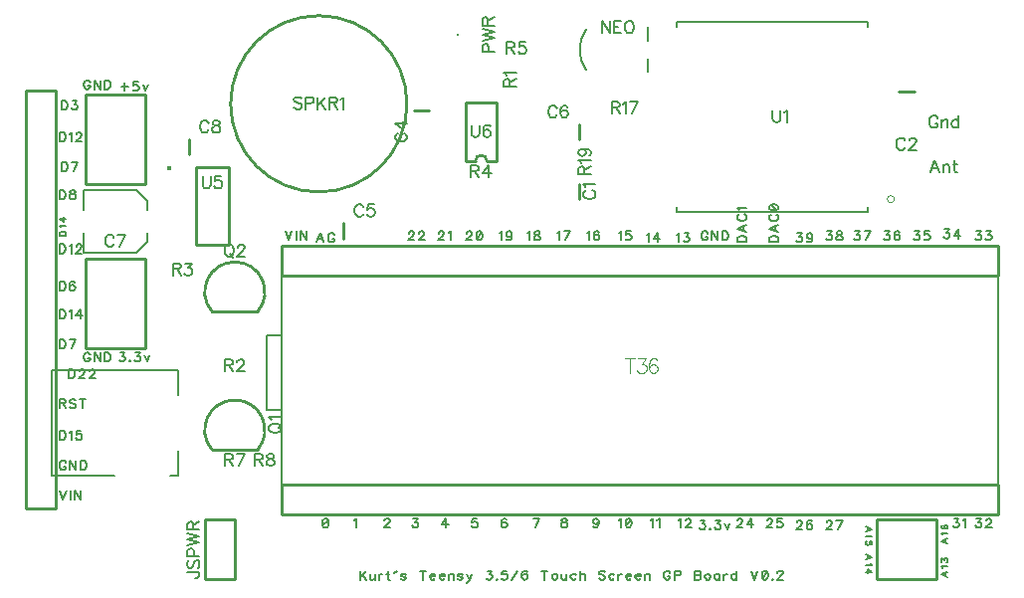
<source format=gto>
G04 DipTrace 3.0.0.2*
G04 Teensy3.6TouchDisplayLoRa.gto*
%MOIN*%
G04 #@! TF.FileFunction,Legend,Top*
G04 #@! TF.Part,Single*
%ADD10C,0.009843*%
%ADD18C,0.008*%
%ADD39C,0.005*%
%ADD45C,0.000013*%
%ADD49C,0.015431*%
%ADD110C,0.006176*%
%ADD111C,0.007*%
%ADD112C,0.003281*%
%FSLAX26Y26*%
G04*
G70*
G90*
G75*
G01*
G04 TopSilk*
%LPD*%
X2297462Y1769272D2*
D10*
Y1718130D1*
X3368130Y2078719D2*
X3419272D1*
X1742986Y2016145D2*
X1794128D1*
X1508470Y1586752D2*
Y1637894D1*
X2297462Y1969272D2*
Y1918130D1*
X637441Y1537449D2*
D18*
Y1606194D1*
Y1681208D2*
Y1749953D1*
X812451D1*
X849961Y1712446D1*
Y1681208D1*
X637441Y1537449D2*
X812451D1*
X849961Y1574956D1*
Y1606194D1*
X989940Y1868130D2*
D10*
Y1919272D1*
X953074Y791567D2*
D18*
Y874244D1*
X531813Y791567D2*
X740447D1*
X953074D2*
X925498D1*
X531813Y1145866D2*
X953074D1*
Y1063189D1*
X531813Y1145866D2*
Y791567D1*
X543701Y2081701D2*
D10*
X443701D1*
X543701Y681701D2*
Y2081701D1*
Y681701D2*
X443701D1*
Y757301D1*
Y2081701D1*
X1143701Y643701D2*
X1043701D1*
X1143701Y443701D2*
Y643701D1*
Y443701D2*
X1043701D1*
Y643701D1*
X3493701D2*
Y443701D1*
X3293701Y643701D2*
X3493701D1*
X3293701Y443701D2*
X3493701D1*
X3293701Y643701D2*
Y443701D1*
X2528695Y2293701D2*
D39*
Y2248701D1*
Y2143701D2*
Y2188701D1*
X2320689Y2149701D2*
G02X2320689Y2287701I97267J69000D01*
G01*
X643701Y1410401D2*
D10*
Y1218701D1*
Y1518701D2*
Y1218701D1*
X843701Y1518701D2*
Y1218701D1*
X643701Y1518701D2*
X843701D1*
X643701Y1218701D2*
X843701D1*
X643701Y1960401D2*
Y1768701D1*
Y2068701D2*
Y1768701D1*
X843701Y2068701D2*
Y1768701D1*
X643701Y2068701D2*
X843701D1*
X643701Y1768701D2*
X843701D1*
G36*
X1893691Y2264764D2*
X1885817D1*
Y2272638D1*
X1893691D1*
Y2264764D1*
G37*
X1068081Y878002D2*
D10*
G02X1219321Y878002I75620J66569D01*
G01*
X1068081D1*
Y1340559D2*
G02X1219321Y1340559I75620J66569D01*
G01*
X1068081D1*
X1129670Y2037449D2*
G02X1129670Y2037449I295276J0D01*
G01*
X3329555Y1718110D2*
D45*
G02X3329555Y1718110I11784J0D01*
G01*
X2624791Y2296845D2*
D39*
Y2312599D1*
X3262610D1*
Y2296845D1*
X2624791Y1690557D2*
Y1674803D1*
X3262610D1*
Y1690557D1*
X3699950Y662454D2*
D10*
Y762454D1*
X1299950Y662454D2*
X3699950D1*
X1299950D2*
Y762454D1*
X1374350D1*
X3699950D1*
D39*
Y1462454D1*
X1299930D1*
Y1262464D1*
Y1012424D1*
Y762454D1*
X3699950D1*
X1299930Y1262464D2*
X1249950D1*
Y1012424D1*
X1299930D1*
D49*
X924333Y1822581D3*
X1013583Y1823621D2*
D10*
Y1563791D1*
X1123819Y1823621D2*
Y1563791D1*
X1013583D2*
X1123819D1*
X1013583Y1823621D2*
X1123819D1*
X2019889Y1845274D2*
Y2042128D1*
X1917513Y1845274D2*
Y2042128D1*
X2019889D2*
X1917513D1*
X1988395Y1845274D2*
X2019889D1*
X1949007D2*
X1917513D1*
X1988395D2*
G03X1949007Y1845274I-19694J-9D01*
G01*
X3699950Y1462454D2*
Y1562454D1*
X1299950Y1462454D2*
X3699950D1*
X1299950D2*
Y1562454D1*
X1374350D1*
X3699950D1*
X3503498Y1807586D2*
D110*
X3488155Y1847778D1*
X3472856Y1807586D1*
X3478604Y1820983D2*
X3497750D1*
X3515849Y1834381D2*
Y1807586D1*
Y1826732D2*
X3521597Y1832480D1*
X3525444Y1834381D1*
X3531148D1*
X3534994Y1832480D1*
X3536896Y1826732D1*
Y1807586D1*
X3554995Y1847778D2*
Y1815235D1*
X3556896Y1809532D1*
X3560743Y1807586D1*
X3564546D1*
X3549247Y1834381D2*
X3562644D1*
X2320580Y1747076D2*
X2316777Y1745175D1*
X2312930Y1741328D1*
X2311029Y1737525D1*
Y1729876D1*
X2312930Y1726029D1*
X2316777Y1722227D1*
X2320580Y1720281D1*
X2326328Y1718380D1*
X2335923D1*
X2341626Y1720281D1*
X2345473Y1722227D1*
X2349276Y1726029D1*
X2351221Y1729876D1*
Y1737525D1*
X2349276Y1741328D1*
X2345473Y1745175D1*
X2341626Y1747076D1*
X2318723Y1759427D2*
X2316777Y1763274D1*
X2311073Y1769022D1*
X2351221D1*
X3388476Y1913849D2*
X3386575Y1917651D1*
X3382728Y1921498D1*
X3378925Y1923399D1*
X3371276D1*
X3367429Y1921498D1*
X3363627Y1917651D1*
X3361681Y1913849D1*
X3359780Y1908101D1*
Y1898506D1*
X3361681Y1892802D1*
X3363627Y1888955D1*
X3367429Y1885153D1*
X3371276Y1883207D1*
X3378925D1*
X3382728Y1885153D1*
X3386575Y1888955D1*
X3388476Y1892802D1*
X3402773Y1913804D2*
Y1915706D1*
X3404674Y1919552D1*
X3406575Y1921454D1*
X3410422Y1923355D1*
X3418071D1*
X3421874Y1921454D1*
X3423775Y1919552D1*
X3425721Y1915706D1*
Y1911903D1*
X3423775Y1908056D1*
X3419973Y1902353D1*
X3400827Y1883207D1*
X3427622D1*
X1690001Y1939092D2*
X1686199Y1937191D1*
X1682352Y1933344D1*
X1680451Y1929542D1*
Y1921892D1*
X1682352Y1918046D1*
X1686199Y1914243D1*
X1690001Y1912298D1*
X1695749Y1910396D1*
X1705344D1*
X1711048Y1912298D1*
X1714895Y1914243D1*
X1718697Y1918046D1*
X1720643Y1921892D1*
Y1929542D1*
X1718697Y1933344D1*
X1714895Y1937191D1*
X1711048Y1939092D1*
X1720643Y1970589D2*
X1680495D1*
X1707245Y1951444D1*
Y1980140D1*
X1574122Y1690878D2*
X1572220Y1694681D1*
X1568374Y1698528D1*
X1564571Y1700429D1*
X1556922D1*
X1553075Y1698528D1*
X1549272Y1694681D1*
X1547327Y1690878D1*
X1545426Y1685130D1*
Y1675536D1*
X1547327Y1669832D1*
X1549272Y1665985D1*
X1553075Y1662183D1*
X1556922Y1660237D1*
X1564571D1*
X1568374Y1662183D1*
X1572220Y1665985D1*
X1574122Y1669832D1*
X1609421Y1700385D2*
X1590320D1*
X1588418Y1683185D1*
X1590320Y1685086D1*
X1596068Y1687032D1*
X1601772D1*
X1607520Y1685086D1*
X1611366Y1681284D1*
X1613268Y1675536D1*
Y1671733D1*
X1611366Y1665985D1*
X1607520Y1662138D1*
X1601772Y1660237D1*
X1596068D1*
X1590320Y1662138D1*
X1588418Y1664084D1*
X1586473Y1667886D1*
X2222333Y2022256D2*
X2220432Y2026059D1*
X2216585Y2029906D1*
X2212783Y2031807D1*
X2205133D1*
X2201287Y2029906D1*
X2197484Y2026059D1*
X2195539Y2022256D1*
X2193637Y2016508D1*
Y2006914D1*
X2195539Y2001210D1*
X2197484Y1997363D1*
X2201287Y1993561D1*
X2205133Y1991615D1*
X2212783D1*
X2216585Y1993561D1*
X2220432Y1997363D1*
X2222333Y2001210D1*
X2257633Y2026059D2*
X2255731Y2029862D1*
X2249983Y2031763D1*
X2246181D1*
X2240433Y2029862D1*
X2236586Y2024114D1*
X2234685Y2014563D1*
Y2005012D1*
X2236586Y1997363D1*
X2240433Y1993516D1*
X2246181Y1991615D1*
X2248082D1*
X2253786Y1993516D1*
X2257633Y1997363D1*
X2259534Y2003111D1*
Y2005012D1*
X2257633Y2010760D1*
X2253786Y2014563D1*
X2248082Y2016464D1*
X2246181D1*
X2240433Y2014563D1*
X2236586Y2010760D1*
X2234685Y2005012D1*
X738476Y1589324D2*
X736575Y1593126D1*
X732728Y1596973D1*
X728925Y1598874D1*
X721276D1*
X717429Y1596973D1*
X713627Y1593126D1*
X711681Y1589324D1*
X709780Y1583576D1*
Y1573981D1*
X711681Y1568277D1*
X713627Y1564430D1*
X717429Y1560628D1*
X721276Y1558682D1*
X728925D1*
X732728Y1560628D1*
X736575Y1564430D1*
X738476Y1568277D1*
X758477Y1558682D2*
X777622Y1598830D1*
X750827D1*
X1055614Y1972256D2*
X1053712Y1976059D1*
X1049865Y1979906D1*
X1046063Y1981807D1*
X1038414D1*
X1034567Y1979906D1*
X1030764Y1976059D1*
X1028819Y1972256D1*
X1026918Y1966508D1*
Y1956914D1*
X1028819Y1951210D1*
X1030764Y1947363D1*
X1034567Y1943561D1*
X1038414Y1941615D1*
X1046063D1*
X1049865Y1943561D1*
X1053712Y1947363D1*
X1055614Y1951210D1*
X1077516Y1981763D2*
X1071812Y1979862D1*
X1069866Y1976059D1*
Y1972212D1*
X1071812Y1968410D1*
X1075614Y1966464D1*
X1083264Y1964563D1*
X1089012Y1962662D1*
X1092814Y1958815D1*
X1094715Y1955012D1*
Y1949264D1*
X1092814Y1945462D1*
X1090913Y1943516D1*
X1085165Y1941615D1*
X1077516D1*
X1071812Y1943516D1*
X1069866Y1945462D1*
X1067965Y1949264D1*
Y1955012D1*
X1069866Y1958815D1*
X1073713Y1962662D1*
X1079417Y1964563D1*
X1087066Y1966464D1*
X1090913Y1968410D1*
X1092814Y1972212D1*
Y1976059D1*
X1090913Y1979862D1*
X1085165Y1981763D1*
X1077516D1*
X3498700Y1988228D2*
X3496799Y1992030D1*
X3492952Y1995877D1*
X3489150Y1997778D1*
X3481500D1*
X3477654Y1995877D1*
X3473851Y1992030D1*
X3471906Y1988228D1*
X3470004Y1982480D1*
Y1972885D1*
X3471906Y1967181D1*
X3473851Y1963334D1*
X3477654Y1959532D1*
X3481500Y1957586D1*
X3489150D1*
X3492952Y1959532D1*
X3496799Y1963334D1*
X3498700Y1967181D1*
Y1972885D1*
X3489150D1*
X3511052Y1984381D2*
Y1957586D1*
Y1976732D2*
X3516800Y1982480D1*
X3520646Y1984381D1*
X3526350D1*
X3530197Y1982480D1*
X3532098Y1976732D1*
Y1957586D1*
X3567398Y1997778D2*
Y1957586D1*
Y1978633D2*
X3563595Y1982480D1*
X3559748Y1984381D1*
X3554000D1*
X3550198Y1982480D1*
X3546351Y1978633D1*
X3544450Y1972885D1*
Y1969082D1*
X3546351Y1963334D1*
X3550198Y1959532D1*
X3554000Y1957586D1*
X3559748D1*
X3563595Y1959532D1*
X3567398Y1963334D1*
X985123Y469234D2*
X1015720D1*
X1021468Y467332D1*
X1023369Y465387D1*
X1025315Y461584D1*
Y457738D1*
X1023369Y453935D1*
X1021468Y452034D1*
X1015720Y450088D1*
X1011917D1*
X990871Y508380D2*
X987024Y504577D1*
X985123Y498829D1*
Y491180D1*
X987024Y485432D1*
X990871Y481585D1*
X994673D1*
X998520Y483530D1*
X1000421Y485432D1*
X1002322Y489234D1*
X1006169Y500730D1*
X1008071Y504577D1*
X1010016Y506478D1*
X1013819Y508380D1*
X1019567D1*
X1023369Y504577D1*
X1025315Y498829D1*
Y491180D1*
X1023369Y485432D1*
X1019567Y481585D1*
X1006169Y520731D2*
Y537975D1*
X1004268Y543679D1*
X1002322Y545624D1*
X998520Y547526D1*
X992772D1*
X988969Y545624D1*
X987024Y543679D1*
X985123Y537975D1*
Y520731D1*
X1025315D1*
X985123Y559877D2*
X1025315Y569472D1*
X985123Y579022D1*
X1025315Y588573D1*
X985123Y598168D1*
X1004268Y610519D2*
Y627719D1*
X1002322Y633467D1*
X1000421Y635413D1*
X996619Y637314D1*
X992772D1*
X988969Y635413D1*
X987024Y633467D1*
X985123Y627719D1*
Y610519D1*
X1025315D1*
X1004268Y623917D2*
X1025315Y637314D1*
X2400311Y2314789D2*
Y2274597D1*
X2373516Y2314789D1*
Y2274597D1*
X2437512Y2314789D2*
X2412663D1*
Y2274597D1*
X2437512D1*
X2412663Y2295643D2*
X2427961D1*
X2461359Y2314789D2*
X2457512Y2312887D1*
X2453710Y2309041D1*
X2451764Y2305238D1*
X2449863Y2299490D1*
Y2289895D1*
X2451764Y2284191D1*
X2453710Y2280345D1*
X2457512Y2276542D1*
X2461359Y2274597D1*
X2469008D1*
X2472811Y2276542D1*
X2476658Y2280345D1*
X2478559Y2284191D1*
X2480460Y2289895D1*
Y2299490D1*
X2478559Y2305238D1*
X2476658Y2309041D1*
X2472811Y2312887D1*
X2469008Y2314789D1*
X2461359D1*
X1993265Y2210410D2*
Y2227654D1*
X1991364Y2233358D1*
X1989418Y2235303D1*
X1985615Y2237204D1*
X1979867D1*
X1976065Y2235303D1*
X1974119Y2233358D1*
X1972218Y2227654D1*
Y2210410D1*
X2012410D1*
X1972218Y2249556D2*
X2012410Y2259150D1*
X1972218Y2268701D1*
X2012410Y2278252D1*
X1972218Y2287846D1*
X1991363Y2300198D2*
Y2317398D1*
X1989418Y2323146D1*
X1987517Y2325091D1*
X1983714Y2326992D1*
X1979867D1*
X1976065Y2325091D1*
X1974119Y2323146D1*
X1972218Y2317398D1*
Y2300198D1*
X2012410D1*
X1991363Y2313595D2*
X2012410Y2326992D1*
X1258015Y946863D2*
X1259872Y943060D1*
X1263719Y939213D1*
X1267565Y937312D1*
X1273313Y935367D1*
X1282864D1*
X1288612Y937312D1*
X1292415Y939213D1*
X1296261Y943060D1*
X1298163Y946863D1*
Y954512D1*
X1296261Y958359D1*
X1292415Y962161D1*
X1288612Y964063D1*
X1282864Y966008D1*
X1273314D1*
X1267565Y964063D1*
X1263719Y962161D1*
X1259872Y958359D1*
X1258015Y954512D1*
Y946863D1*
X1290513Y952611D2*
X1302009Y964062D1*
X1265708Y978359D2*
X1263763Y982206D1*
X1258059Y987954D1*
X1298207D1*
X1120303Y1566453D2*
X1116501Y1564596D1*
X1112654Y1560750D1*
X1110753Y1556903D1*
X1108807Y1551155D1*
Y1541604D1*
X1110753Y1535856D1*
X1112654Y1532054D1*
X1116501Y1528207D1*
X1120303Y1526306D1*
X1127953D1*
X1131799Y1528207D1*
X1135602Y1532054D1*
X1137503Y1535856D1*
X1139449Y1541604D1*
Y1551155D1*
X1137503Y1556903D1*
X1135602Y1560750D1*
X1131799Y1564596D1*
X1127953Y1566453D1*
X1120303D1*
X1126051Y1533955D2*
X1137503Y1522459D1*
X1153746Y1556859D2*
Y1558760D1*
X1155647Y1562607D1*
X1157548Y1564508D1*
X1161395Y1566409D1*
X1169044D1*
X1172847Y1564508D1*
X1174748Y1562607D1*
X1176693Y1558760D1*
Y1554957D1*
X1174748Y1551111D1*
X1170945Y1545407D1*
X1151800Y1526261D1*
X1178595D1*
X2064405Y2094331D2*
Y2111531D1*
X2062460Y2117279D1*
X2060559Y2119224D1*
X2056756Y2121125D1*
X2052909D1*
X2049107Y2119224D1*
X2047161Y2117279D1*
X2045260Y2111531D1*
Y2094331D1*
X2085452D1*
X2064405Y2107728D2*
X2085452Y2121125D1*
X2052954Y2133477D2*
X2051008Y2137323D1*
X2045304Y2143072D1*
X2085452Y2143071D1*
X1110731Y1162588D2*
X1127931D1*
X1133679Y1164534D1*
X1135624Y1166435D1*
X1137525Y1170237D1*
Y1174084D1*
X1135624Y1177887D1*
X1133679Y1179832D1*
X1127931Y1181734D1*
X1110731D1*
Y1141542D1*
X1124128Y1162588D2*
X1137525Y1141542D1*
X1151822Y1172139D2*
Y1174040D1*
X1153723Y1177887D1*
X1155625Y1179788D1*
X1159471Y1181689D1*
X1167121D1*
X1170923Y1179788D1*
X1172825Y1177887D1*
X1174770Y1174040D1*
Y1170237D1*
X1172825Y1166391D1*
X1169022Y1160687D1*
X1149877Y1141542D1*
X1176671D1*
X935670Y1483617D2*
X952870D1*
X958618Y1485563D1*
X960564Y1487464D1*
X962465Y1491266D1*
Y1495113D1*
X960564Y1498916D1*
X958618Y1500861D1*
X952870Y1502762D1*
X935670D1*
Y1462570D1*
X949068Y1483617D2*
X962465Y1462570D1*
X978663Y1502718D2*
X999666D1*
X988214Y1487420D1*
X993962D1*
X997764Y1485518D1*
X999666Y1483617D1*
X1001611Y1477869D1*
Y1474066D1*
X999666Y1468318D1*
X995863Y1464472D1*
X990115Y1462570D1*
X984367D1*
X978663Y1464472D1*
X976762Y1466417D1*
X974816Y1470220D1*
X1934780Y1812662D2*
X1951980D1*
X1957728Y1814607D1*
X1959673Y1816508D1*
X1961575Y1820311D1*
Y1824158D1*
X1959673Y1827960D1*
X1957728Y1829906D1*
X1951980Y1831807D1*
X1934780D1*
Y1791615D1*
X1948177Y1812662D2*
X1961575Y1791615D1*
X1993071D2*
Y1831763D1*
X1973926Y1805012D1*
X2002622D1*
X2054450Y2225199D2*
X2071650D1*
X2077398Y2227144D1*
X2079343Y2229045D1*
X2081244Y2232848D1*
Y2236695D1*
X2079343Y2240497D1*
X2077398Y2242443D1*
X2071650Y2244344D1*
X2054450D1*
Y2204152D1*
X2067847Y2225199D2*
X2081244Y2204152D1*
X2116544Y2244300D2*
X2097443D1*
X2095541Y2227100D1*
X2097443Y2229001D1*
X2103191Y2230947D1*
X2108894D1*
X2114642Y2229001D1*
X2118489Y2225199D1*
X2120391Y2219451D1*
Y2215648D1*
X2118489Y2209900D1*
X2114642Y2206053D1*
X2108894Y2204152D1*
X2103191D1*
X2097443Y2206053D1*
X2095541Y2207999D1*
X2093596Y2211801D1*
X1110731Y846126D2*
X1127931D1*
X1133679Y848072D1*
X1135624Y849973D1*
X1137525Y853776D1*
Y857622D1*
X1135624Y861425D1*
X1133679Y863370D1*
X1127931Y865272D1*
X1110731D1*
Y825080D1*
X1124128Y846126D2*
X1137525Y825080D1*
X1157526D2*
X1176671Y865227D1*
X1149877D1*
X1210753Y846126D2*
X1227953D1*
X1233701Y848072D1*
X1235646Y849973D1*
X1237547Y853776D1*
Y857622D1*
X1235646Y861425D1*
X1233701Y863370D1*
X1227953Y865272D1*
X1210753D1*
Y825080D1*
X1224150Y846126D2*
X1237547Y825080D1*
X1259449Y865227D2*
X1253746Y863326D1*
X1251800Y859524D1*
Y855677D1*
X1253746Y851874D1*
X1257548Y849929D1*
X1265197Y848027D1*
X1270945Y846126D1*
X1274748Y842279D1*
X1276649Y838477D1*
Y832729D1*
X1274748Y828926D1*
X1272847Y826981D1*
X1267099Y825080D1*
X1259449D1*
X1253746Y826981D1*
X1251800Y828926D1*
X1249899Y832729D1*
Y838477D1*
X1251800Y842279D1*
X1255647Y846126D1*
X1261351Y848027D1*
X1269000Y849929D1*
X1272847Y851874D1*
X1274748Y855677D1*
Y859524D1*
X1272847Y863326D1*
X1267099Y865227D1*
X1259449D1*
X2405697Y2024998D2*
X2422897D1*
X2428645Y2026943D1*
X2430591Y2028844D1*
X2432492Y2032647D1*
Y2036494D1*
X2430591Y2040296D1*
X2428645Y2042242D1*
X2422897Y2044143D1*
X2405697D1*
Y2003951D1*
X2419095Y2024998D2*
X2432492Y2003951D1*
X2444843Y2036449D2*
X2448690Y2038395D1*
X2454438Y2044099D1*
Y2003951D1*
X2474439D2*
X2493584Y2044099D1*
X2466789D1*
X2314405Y1800708D2*
Y1817908D1*
X2312460Y1823656D1*
X2310559Y1825602D1*
X2306756Y1827503D1*
X2302909D1*
X2299107Y1825602D1*
X2297161Y1823656D1*
X2295260Y1817908D1*
Y1800708D1*
X2335452D1*
X2314405Y1814106D2*
X2335452Y1827503D1*
X2302954Y1839854D2*
X2301008Y1843701D1*
X2295304Y1849449D1*
X2335452D1*
X2308657Y1886694D2*
X2314405Y1884748D1*
X2318252Y1880946D1*
X2320154Y1875198D1*
Y1873297D1*
X2318252Y1867548D1*
X2314406Y1863746D1*
X2308657Y1861800D1*
X2306756D1*
X2301008Y1863746D1*
X2297206Y1867549D1*
X2295304Y1873297D1*
Y1875198D1*
X2297206Y1880946D1*
X2301008Y1884748D1*
X2308657Y1886694D1*
X2318252D1*
X2327803Y1884748D1*
X2333551Y1880946D1*
X2335452Y1875198D1*
Y1871395D1*
X2333551Y1865647D1*
X2329704Y1863746D1*
X1368650Y2054207D2*
X1364848Y2058054D1*
X1359100Y2059955D1*
X1351450D1*
X1345702Y2058054D1*
X1341856Y2054207D1*
Y2050404D1*
X1343801Y2046557D1*
X1345702Y2044656D1*
X1349505Y2042755D1*
X1361001Y2038908D1*
X1364848Y2037007D1*
X1366749Y2035061D1*
X1368650Y2031259D1*
Y2025511D1*
X1364848Y2021708D1*
X1359100Y2019763D1*
X1351450D1*
X1345702Y2021708D1*
X1341856Y2025511D1*
X1381002Y2038908D2*
X1398246D1*
X1403950Y2040809D1*
X1405895Y2042755D1*
X1407796Y2046557D1*
Y2052305D1*
X1405895Y2056108D1*
X1403950Y2058054D1*
X1398246Y2059955D1*
X1381002D1*
Y2019763D1*
X1420148Y2059955D2*
Y2019763D1*
X1446942Y2059955D2*
X1420148Y2033160D1*
X1429698Y2042755D2*
X1446942Y2019763D1*
X1459294Y2040809D2*
X1476494D1*
X1482242Y2042755D1*
X1484187Y2044656D1*
X1486088Y2048459D1*
Y2052305D1*
X1484187Y2056108D1*
X1482242Y2058054D1*
X1476494Y2059955D1*
X1459294D1*
Y2019763D1*
X1472691Y2040809D2*
X1486088Y2019763D1*
X1498440Y2052261D2*
X1502287Y2054207D1*
X1508035Y2059911D1*
Y2019763D1*
X2944908Y2016207D2*
Y1987511D1*
X2946809Y1981763D1*
X2950656Y1977960D1*
X2956404Y1976015D1*
X2960207D1*
X2965955Y1977960D1*
X2969801Y1981763D1*
X2971703Y1987511D1*
Y2016207D1*
X2984054Y2008513D2*
X2987901Y2010459D1*
X2993649Y2016163D1*
Y1976015D1*
X1035731Y1795121D2*
Y1766425D1*
X1037632Y1760677D1*
X1041479Y1756875D1*
X1047227Y1754929D1*
X1051029D1*
X1056777Y1756875D1*
X1060624Y1760677D1*
X1062525Y1766425D1*
Y1795121D1*
X1097825Y1795077D2*
X1078723D1*
X1076822Y1777877D1*
X1078723Y1779779D1*
X1084471Y1781724D1*
X1090175D1*
X1095923Y1779779D1*
X1099770Y1775976D1*
X1101671Y1770228D1*
Y1766425D1*
X1099770Y1760677D1*
X1095923Y1756831D1*
X1090175Y1754929D1*
X1084471D1*
X1078723Y1756831D1*
X1076822Y1758776D1*
X1074877Y1762579D1*
X1936703Y1966207D2*
Y1937511D1*
X1938605Y1931763D1*
X1942451Y1927960D1*
X1948199Y1926015D1*
X1952002D1*
X1957750Y1927960D1*
X1961597Y1931763D1*
X1963498Y1937511D1*
Y1966207D1*
X1998797Y1960459D2*
X1996896Y1964261D1*
X1991148Y1966163D1*
X1987346D1*
X1981597Y1964261D1*
X1977751Y1958513D1*
X1975849Y1948963D1*
Y1939412D1*
X1977751Y1931763D1*
X1981597Y1927916D1*
X1987346Y1926015D1*
X1989247D1*
X1994951Y1927916D1*
X1998797Y1931763D1*
X2000699Y1937511D1*
Y1939412D1*
X1998797Y1945160D1*
X1994951Y1948963D1*
X1989247Y1950864D1*
X1987346D1*
X1981597Y1948963D1*
X1977751Y1945160D1*
X1975849Y1939412D1*
X1562328Y473332D2*
D111*
Y443188D1*
X1582424Y473332D2*
X1562328Y453236D1*
X1569491Y460433D2*
X1582424Y443188D1*
X1596424Y463284D2*
Y448925D1*
X1597850Y444648D1*
X1600735Y443188D1*
X1605046D1*
X1607898Y444648D1*
X1612209Y448925D1*
Y463284D2*
Y443188D1*
X1626209Y463284D2*
Y443188D1*
Y454662D2*
X1627668Y458973D1*
X1630520Y461859D1*
X1633405Y463284D1*
X1637716D1*
X1656027Y473332D2*
Y448925D1*
X1657453Y444648D1*
X1660338Y443188D1*
X1663190D1*
X1651716Y463284D2*
X1661764D1*
X1684386Y473299D2*
X1677190Y464677D1*
X1685812Y471873D1*
X1684386Y473299D1*
X1715597Y458973D2*
X1714171Y461859D1*
X1709860Y463284D1*
X1705549D1*
X1701238Y461859D1*
X1699812Y458973D1*
X1701238Y456122D1*
X1704123Y454662D1*
X1711286Y453236D1*
X1714171Y451811D1*
X1715597Y448925D1*
Y447500D1*
X1714171Y444648D1*
X1709860Y443188D1*
X1705549D1*
X1701238Y444648D1*
X1699812Y447500D1*
X1773542Y473332D2*
Y443188D1*
X1763494Y473332D2*
X1783590D1*
X1797590Y454662D2*
X1814801D1*
Y457548D1*
X1813375Y460433D1*
X1811949Y461859D1*
X1809064Y463284D1*
X1804753D1*
X1801901Y461859D1*
X1799016Y458973D1*
X1797590Y454662D1*
Y451811D1*
X1799016Y447500D1*
X1801901Y444648D1*
X1804753Y443188D1*
X1809064D1*
X1811949Y444648D1*
X1814801Y447500D1*
X1828801Y454662D2*
X1846012D1*
Y457548D1*
X1844586Y460433D1*
X1843160Y461859D1*
X1840275Y463284D1*
X1835964D1*
X1833112Y461859D1*
X1830227Y458973D1*
X1828801Y454662D1*
Y451811D1*
X1830227Y447500D1*
X1833112Y444648D1*
X1835964Y443188D1*
X1840275D1*
X1843160Y444648D1*
X1846012Y447500D1*
X1860012Y463284D2*
Y443188D1*
Y457548D2*
X1864323Y461859D1*
X1867208Y463284D1*
X1871486D1*
X1874371Y461859D1*
X1875797Y457548D1*
Y443188D1*
X1905582Y458973D2*
X1904156Y461859D1*
X1899845Y463284D1*
X1895534D1*
X1891223Y461859D1*
X1889797Y458973D1*
X1891223Y456122D1*
X1894108Y454662D1*
X1901271Y453236D1*
X1904156Y451811D1*
X1905582Y448925D1*
Y447500D1*
X1904156Y444648D1*
X1899845Y443188D1*
X1895534D1*
X1891223Y444648D1*
X1889797Y447500D1*
X1921041Y463284D2*
X1929630Y443188D1*
X1926778Y437452D1*
X1923893Y434566D1*
X1921041Y433140D1*
X1919582D1*
X1938252Y463284D2*
X1929630Y443188D1*
X1989034Y473299D2*
X2004786D1*
X1996197Y461825D1*
X2000508D1*
X2003360Y460399D1*
X2004786Y458973D1*
X2006245Y454662D1*
Y451811D1*
X2004786Y447500D1*
X2001934Y444614D1*
X1997623Y443188D1*
X1993312D1*
X1989034Y444614D1*
X1987608Y446074D1*
X1986149Y448925D1*
X2021671Y446074D2*
X2020245Y444614D1*
X2021671Y443188D1*
X2023130Y444614D1*
X2021671Y446074D1*
X2054341Y473299D2*
X2040015D1*
X2038590Y460399D1*
X2040015Y461825D1*
X2044326Y463284D1*
X2048604D1*
X2052915Y461825D1*
X2055800Y458973D1*
X2057226Y454662D1*
Y451811D1*
X2055800Y447500D1*
X2052915Y444614D1*
X2048604Y443188D1*
X2044326D1*
X2040015Y444614D1*
X2038590Y446074D1*
X2037130Y448925D1*
X2071226Y443188D2*
X2091322Y473299D1*
X2122533Y469021D2*
X2121107Y471873D1*
X2116796Y473299D1*
X2113944D1*
X2109633Y471873D1*
X2106748Y467562D1*
X2105322Y460399D1*
Y453236D1*
X2106748Y447500D1*
X2109633Y444614D1*
X2113944Y443188D1*
X2115370D1*
X2119648Y444614D1*
X2122533Y447500D1*
X2123959Y451811D1*
Y453236D1*
X2122533Y457548D1*
X2119648Y460399D1*
X2115370Y461825D1*
X2113944D1*
X2109633Y460399D1*
X2106748Y457548D1*
X2105322Y453236D1*
X2181904Y473332D2*
Y443188D1*
X2171856Y473332D2*
X2191952D1*
X2213115Y463284D2*
X2210263Y461859D1*
X2207378Y458973D1*
X2205952Y454662D1*
Y451811D1*
X2207378Y447500D1*
X2210263Y444648D1*
X2213115Y443188D1*
X2217426D1*
X2220311Y444648D1*
X2223163Y447500D1*
X2224622Y451811D1*
Y454662D1*
X2223163Y458973D1*
X2220311Y461859D1*
X2217426Y463284D1*
X2213115D1*
X2238622D2*
Y448925D1*
X2240048Y444648D1*
X2242933Y443188D1*
X2247244D1*
X2250096Y444648D1*
X2254407Y448925D1*
Y463284D2*
Y443188D1*
X2285651Y458973D2*
X2282766Y461859D1*
X2279881Y463284D1*
X2275603D1*
X2272718Y461859D1*
X2269866Y458973D1*
X2268407Y454662D1*
Y451811D1*
X2269866Y447500D1*
X2272718Y444648D1*
X2275603Y443188D1*
X2279881D1*
X2282766Y444648D1*
X2285651Y447500D1*
X2299651Y473332D2*
Y443188D1*
Y457548D2*
X2303962Y461859D1*
X2306848Y463284D1*
X2311159D1*
X2314010Y461859D1*
X2315436Y457548D1*
Y443188D1*
X2383429Y469021D2*
X2380578Y471907D1*
X2376267Y473332D1*
X2370530D1*
X2366219Y471907D1*
X2363333Y469021D1*
Y466170D1*
X2364793Y463284D1*
X2366219Y461859D1*
X2369070Y460433D1*
X2377692Y457548D1*
X2380578Y456122D1*
X2382003Y454662D1*
X2383429Y451811D1*
Y447500D1*
X2380578Y444648D1*
X2376267Y443188D1*
X2370530D1*
X2366219Y444648D1*
X2363333Y447500D1*
X2414674Y458973D2*
X2411788Y461859D1*
X2408903Y463284D1*
X2404626D1*
X2401740Y461859D1*
X2398889Y458973D1*
X2397429Y454662D1*
Y451811D1*
X2398889Y447500D1*
X2401740Y444648D1*
X2404626Y443188D1*
X2408903D1*
X2411788Y444648D1*
X2414674Y447500D1*
X2428674Y463284D2*
Y443188D1*
Y454662D2*
X2430133Y458973D1*
X2432985Y461859D1*
X2435870Y463284D1*
X2440181D1*
X2454181Y454662D2*
X2471392D1*
Y457548D1*
X2469966Y460433D1*
X2468540Y461859D1*
X2465655Y463284D1*
X2461344D1*
X2458492Y461859D1*
X2455607Y458973D1*
X2454181Y454662D1*
Y451811D1*
X2455607Y447500D1*
X2458492Y444648D1*
X2461344Y443188D1*
X2465655D1*
X2468540Y444648D1*
X2471392Y447500D1*
X2485392Y454662D2*
X2502603D1*
Y457548D1*
X2501177Y460433D1*
X2499751Y461859D1*
X2496866Y463284D1*
X2492555D1*
X2489703Y461859D1*
X2486818Y458973D1*
X2485392Y454662D1*
Y451811D1*
X2486818Y447500D1*
X2489703Y444648D1*
X2492555Y443188D1*
X2496866D1*
X2499751Y444648D1*
X2502603Y447500D1*
X2516603Y463284D2*
Y443188D1*
Y457548D2*
X2520914Y461859D1*
X2523799Y463284D1*
X2528076D1*
X2530962Y461859D1*
X2532388Y457548D1*
Y443188D1*
X2601806Y466170D2*
X2600381Y469021D1*
X2597495Y471907D1*
X2594644Y473332D1*
X2588907D1*
X2586022Y471907D1*
X2583170Y469021D1*
X2581710Y466170D1*
X2580285Y461859D1*
Y454662D1*
X2581710Y450385D1*
X2583170Y447500D1*
X2586022Y444648D1*
X2588907Y443188D1*
X2594644D1*
X2597495Y444648D1*
X2600381Y447500D1*
X2601806Y450385D1*
Y454662D1*
X2594644D1*
X2615806Y457548D2*
X2628740D1*
X2633017Y458973D1*
X2634477Y460433D1*
X2635902Y463284D1*
Y467596D1*
X2634477Y470447D1*
X2633017Y471907D1*
X2628740Y473332D1*
X2615806D1*
Y443188D1*
X2683800Y473332D2*
Y443188D1*
X2696733D1*
X2701044Y444648D1*
X2702470Y446074D1*
X2703896Y448925D1*
Y453236D1*
X2702470Y456122D1*
X2701044Y457548D1*
X2696733Y458973D1*
X2701044Y460433D1*
X2702470Y461859D1*
X2703896Y464710D1*
Y467596D1*
X2702470Y470447D1*
X2701044Y471907D1*
X2696733Y473332D1*
X2683800D1*
Y458973D2*
X2696733D1*
X2725058Y463284D2*
X2722207Y461859D1*
X2719321Y458973D1*
X2717896Y454662D1*
Y451811D1*
X2719321Y447500D1*
X2722207Y444648D1*
X2725058Y443188D1*
X2729369D1*
X2732255Y444648D1*
X2735106Y447500D1*
X2736566Y451811D1*
Y454662D1*
X2735106Y458973D1*
X2732255Y461859D1*
X2729369Y463284D1*
X2725058D1*
X2767777D2*
Y443188D1*
Y458973D2*
X2764925Y461859D1*
X2762040Y463284D1*
X2757762D1*
X2754877Y461859D1*
X2752025Y458973D1*
X2750566Y454662D1*
Y451811D1*
X2752025Y447500D1*
X2754877Y444648D1*
X2757762Y443188D1*
X2762040D1*
X2764925Y444648D1*
X2767777Y447500D1*
X2781777Y463284D2*
Y443188D1*
Y454662D2*
X2783236Y458973D1*
X2786088Y461859D1*
X2788973Y463284D1*
X2793284D1*
X2824495Y473332D2*
Y443188D1*
Y458973D2*
X2821643Y461859D1*
X2818758Y463284D1*
X2814447D1*
X2811595Y461859D1*
X2808710Y458973D1*
X2807284Y454662D1*
Y451811D1*
X2808710Y447500D1*
X2811595Y444648D1*
X2814447Y443188D1*
X2818758D1*
X2821643Y444648D1*
X2824495Y447500D1*
X2872392Y473332D2*
X2883866Y443188D1*
X2895340Y473332D1*
X2917962Y473299D2*
X2913651Y471873D1*
X2910765Y467562D1*
X2909340Y460399D1*
Y456088D1*
X2910765Y448925D1*
X2913651Y444614D1*
X2917962Y443188D1*
X2920813D1*
X2925124Y444614D1*
X2927976Y448925D1*
X2929436Y456088D1*
Y460399D1*
X2927976Y467562D1*
X2925124Y471873D1*
X2920813Y473299D1*
X2917962D1*
X2927976Y467562D2*
X2910765Y448925D1*
X2944861Y446074D2*
X2943436Y444614D1*
X2944861Y443188D1*
X2946321Y444614D1*
X2944861Y446074D1*
X2961780Y466136D2*
Y467562D1*
X2963206Y470447D1*
X2964632Y471873D1*
X2967517Y473299D1*
X2973254D1*
X2976106Y471873D1*
X2977532Y470447D1*
X2978991Y467562D1*
Y464710D1*
X2977532Y461825D1*
X2974680Y457548D1*
X2960321Y443188D1*
X2980417D1*
X775312Y2108488D2*
Y2082655D1*
X762412Y2095555D2*
X788245D1*
X819456Y2110627D2*
X805130D1*
X803704Y2097727D1*
X805130Y2099153D1*
X809441Y2100613D1*
X813719D1*
X818030Y2099153D1*
X820915Y2096302D1*
X822341Y2091991D1*
Y2089139D1*
X820915Y2084828D1*
X818030Y2081943D1*
X813719Y2080517D1*
X809441D1*
X805130Y2081943D1*
X803704Y2083402D1*
X802245Y2086254D1*
X836341Y2100613D2*
X844963Y2080517D1*
X853552Y2100613D1*
X658947Y2109747D2*
X657521Y2112599D1*
X654636Y2115484D1*
X651784Y2116910D1*
X646047D1*
X643162Y2115484D1*
X640310Y2112599D1*
X638851Y2109747D1*
X637425Y2105436D1*
Y2098240D1*
X638851Y2093962D1*
X640310Y2091077D1*
X643162Y2088225D1*
X646047Y2086766D1*
X651784D1*
X654636Y2088225D1*
X657521Y2091077D1*
X658947Y2093962D1*
Y2098240D1*
X651784D1*
X693043Y2116910D2*
Y2086766D1*
X672947Y2116910D1*
Y2086766D1*
X707043Y2116910D2*
Y2086766D1*
X717091D1*
X721402Y2088225D1*
X724287Y2091077D1*
X725713Y2093962D1*
X727139Y2098240D1*
Y2105436D1*
X725713Y2109747D1*
X724287Y2112599D1*
X721402Y2115484D1*
X717091Y2116910D1*
X707043D1*
X658947Y1197343D2*
X657521Y1200195D1*
X654636Y1203080D1*
X651784Y1204506D1*
X646047D1*
X643162Y1203080D1*
X640310Y1200195D1*
X638851Y1197343D1*
X637425Y1193032D1*
Y1185836D1*
X638851Y1181558D1*
X640310Y1178673D1*
X643162Y1175821D1*
X646047Y1174362D1*
X651784D1*
X654636Y1175821D1*
X657521Y1178673D1*
X658947Y1181558D1*
Y1185836D1*
X651784D1*
X693043Y1204506D2*
Y1174362D1*
X672947Y1204506D1*
Y1174362D1*
X707043Y1204506D2*
Y1174362D1*
X717091D1*
X721402Y1175821D1*
X724287Y1178673D1*
X725713Y1181558D1*
X727139Y1185836D1*
Y1193032D1*
X725713Y1197343D1*
X724287Y1200195D1*
X721402Y1203080D1*
X717091Y1204506D1*
X707043D1*
X759048Y1204473D2*
X774800D1*
X766211Y1192999D1*
X770522D1*
X773374Y1191573D1*
X774800Y1190147D1*
X776259Y1185836D1*
Y1182984D1*
X774800Y1178673D1*
X771948Y1175788D1*
X767637Y1174362D1*
X763326D1*
X759048Y1175788D1*
X757622Y1177247D1*
X756163Y1180099D1*
X791685Y1177247D2*
X790259Y1175788D1*
X791685Y1174362D1*
X793144Y1175788D1*
X791685Y1177247D1*
X810029Y1204473D2*
X825781D1*
X817192Y1192999D1*
X821503D1*
X824355Y1191573D1*
X825781Y1190147D1*
X827240Y1185836D1*
Y1182984D1*
X825781Y1178673D1*
X822929Y1175788D1*
X818618Y1174362D1*
X814307D1*
X810029Y1175788D1*
X808603Y1177247D1*
X807144Y1180099D1*
X841240Y1194458D2*
X849862Y1174362D1*
X858451Y1194458D1*
X1445963Y648281D2*
X1441652Y646855D1*
X1438767Y642544D1*
X1437341Y635381D1*
Y631070D1*
X1438767Y623907D1*
X1441652Y619596D1*
X1445963Y618170D1*
X1448815D1*
X1453126Y619596D1*
X1455978Y623907D1*
X1457437Y631070D1*
Y635381D1*
X1455978Y642544D1*
X1453126Y646855D1*
X1448815Y648281D1*
X1445963D1*
X1455978Y642544D2*
X1438767Y623907D1*
X1543580Y642544D2*
X1546465Y644003D1*
X1550776Y648281D1*
Y618170D1*
X1645029Y641118D2*
Y642544D1*
X1646455Y645429D1*
X1647881Y646855D1*
X1650766Y648281D1*
X1656503D1*
X1659355Y646855D1*
X1660781Y645429D1*
X1662240Y642544D1*
Y639692D1*
X1660781Y636807D1*
X1657929Y632529D1*
X1643570Y618170D1*
X1663666D1*
X1740195Y648281D2*
X1755947D1*
X1747358Y636807D1*
X1751669D1*
X1754521Y635381D1*
X1755947Y633955D1*
X1757406Y629644D1*
Y626792D1*
X1755947Y622481D1*
X1753095Y619596D1*
X1748784Y618170D1*
X1744473D1*
X1740195Y619596D1*
X1738769Y621055D1*
X1737310Y623907D1*
X1851658Y618170D2*
Y648281D1*
X1837299Y628218D1*
X1858821D1*
X1954500Y648281D2*
X1940174D1*
X1938748Y635381D1*
X1940174Y636807D1*
X1944485Y638266D1*
X1948763D1*
X1953074Y636807D1*
X1955959Y633955D1*
X1957385Y629644D1*
Y626792D1*
X1955959Y622481D1*
X1953074Y619596D1*
X1948763Y618170D1*
X1944485D1*
X1940174Y619596D1*
X1938748Y621055D1*
X1937289Y623907D1*
X2054489Y644003D2*
X2053063Y646855D1*
X2048752Y648281D1*
X2045900D1*
X2041589Y646855D1*
X2038704Y642544D1*
X2037278Y635381D1*
Y628218D1*
X2038704Y622481D1*
X2041589Y619596D1*
X2045900Y618170D1*
X2047326D1*
X2051604Y619596D1*
X2054489Y622481D1*
X2055915Y626792D1*
Y628218D1*
X2054489Y632529D1*
X2051604Y635381D1*
X2047326Y636807D1*
X2045900D1*
X2041589Y635381D1*
X2038704Y632529D1*
X2037278Y628218D1*
X2149254Y618170D2*
X2163613Y648281D1*
X2143517D1*
X2244420D2*
X2240143Y646855D1*
X2238683Y644003D1*
Y641118D1*
X2240143Y638266D1*
X2242994Y636807D1*
X2248731Y635381D1*
X2253042Y633955D1*
X2255894Y631070D1*
X2257320Y628218D1*
Y623907D1*
X2255894Y621055D1*
X2254468Y619596D1*
X2250157Y618170D1*
X2244420D1*
X2240143Y619596D1*
X2238683Y621055D1*
X2237257Y623907D1*
Y628218D1*
X2238683Y631070D1*
X2241568Y633955D1*
X2245846Y635381D1*
X2251583Y636807D1*
X2254468Y638266D1*
X2255894Y641118D1*
Y644003D1*
X2254468Y646855D1*
X2250157Y648281D1*
X2244420D1*
X2362166Y638266D2*
X2360707Y633955D1*
X2357855Y631070D1*
X2353544Y629644D1*
X2352118D1*
X2347807Y631070D1*
X2344955Y633955D1*
X2343496Y638266D1*
Y639692D1*
X2344955Y644003D1*
X2347807Y646855D1*
X2352118Y648281D1*
X2353544D1*
X2357855Y646855D1*
X2360707Y644003D1*
X2362166Y638266D1*
Y631070D1*
X2360707Y623907D1*
X2357855Y619596D1*
X2353544Y618170D1*
X2350692D1*
X2346381Y619596D1*
X2344955Y622481D1*
X2430987Y642544D2*
X2433872Y644003D1*
X2438183Y648281D1*
Y618170D1*
X2460805Y648281D2*
X2456494Y646855D1*
X2453609Y642544D1*
X2452183Y635381D1*
Y631070D1*
X2453609Y623907D1*
X2456494Y619596D1*
X2460805Y618170D1*
X2463657D1*
X2467968Y619596D1*
X2470820Y623907D1*
X2472279Y631070D1*
Y635381D1*
X2470820Y642544D1*
X2467968Y646855D1*
X2463657Y648281D1*
X2460805D1*
X2470820Y642544D2*
X2453609Y623907D1*
X2537226Y642544D2*
X2540111Y644003D1*
X2544422Y648281D1*
Y618170D1*
X2558422Y642544D2*
X2561307Y644003D1*
X2565618Y648281D1*
Y618170D1*
X2630966Y642544D2*
X2633851Y644003D1*
X2638162Y648281D1*
Y618170D1*
X2653621Y641118D2*
Y642544D1*
X2655047Y645429D1*
X2656473Y646855D1*
X2659358Y648281D1*
X2665095D1*
X2667947Y646855D1*
X2669373Y645429D1*
X2670832Y642544D1*
Y639692D1*
X2669373Y636807D1*
X2666521Y632529D1*
X2652162Y618170D1*
X2672258D1*
X2624717Y1598694D2*
X2627602Y1600153D1*
X2631913Y1604431D1*
Y1574320D1*
X2648798Y1604431D2*
X2664550D1*
X2655961Y1592957D1*
X2660272D1*
X2663124Y1591531D1*
X2664550Y1590105D1*
X2666009Y1585794D1*
Y1582942D1*
X2664550Y1578631D1*
X2661698Y1575746D1*
X2657387Y1574320D1*
X2653076D1*
X2648798Y1575746D1*
X2647372Y1577205D1*
X2645913Y1580057D1*
X2524727Y1598694D2*
X2527612Y1600153D1*
X2531923Y1604431D1*
Y1574320D1*
X2560282D2*
Y1604431D1*
X2545923Y1584368D1*
X2567445D1*
X2702594Y642032D2*
X2718346D1*
X2709757Y630558D1*
X2714068D1*
X2716920Y629132D1*
X2718346Y627706D1*
X2719805Y623395D1*
Y620543D1*
X2718346Y616232D1*
X2715494Y613347D1*
X2711183Y611921D1*
X2706872D1*
X2702594Y613347D1*
X2701168Y614806D1*
X2699709Y617658D1*
X2735231Y614806D2*
X2733805Y613347D1*
X2735231Y611921D1*
X2736690Y613347D1*
X2735231Y614806D1*
X2753575Y642032D2*
X2769327D1*
X2760738Y630558D1*
X2765049D1*
X2767901Y629132D1*
X2769327Y627706D1*
X2770786Y623395D1*
Y620543D1*
X2769327Y616232D1*
X2766475Y613347D1*
X2762164Y611921D1*
X2757853D1*
X2753575Y613347D1*
X2752149Y614806D1*
X2750690Y617658D1*
X2784786Y632017D2*
X2793408Y611921D1*
X2801997Y632017D1*
X2826155Y641118D2*
Y642544D1*
X2827581Y645429D1*
X2829007Y646855D1*
X2831892Y648281D1*
X2837629D1*
X2840481Y646855D1*
X2841907Y645429D1*
X2843366Y642544D1*
Y639692D1*
X2841907Y636807D1*
X2839055Y632529D1*
X2824696Y618170D1*
X2844792D1*
X2873151D2*
Y648281D1*
X2858792Y628218D1*
X2880314D1*
X2926144Y641118D2*
Y642544D1*
X2927570Y645429D1*
X2928996Y646855D1*
X2931881Y648281D1*
X2937618D1*
X2940470Y646855D1*
X2941896Y645429D1*
X2943355Y642544D1*
Y639692D1*
X2941896Y636807D1*
X2939044Y632529D1*
X2924685Y618170D1*
X2944781D1*
X2975992Y648281D2*
X2961666D1*
X2960240Y635381D1*
X2961666Y636807D1*
X2965977Y638266D1*
X2970255D1*
X2974566Y636807D1*
X2977451Y633955D1*
X2978877Y629644D1*
Y626792D1*
X2977451Y622481D1*
X2974566Y619596D1*
X2970255Y618170D1*
X2965977D1*
X2961666Y619596D1*
X2960240Y621055D1*
X2958781Y623907D1*
X3026134Y634869D2*
Y636295D1*
X3027560Y639180D1*
X3028986Y640606D1*
X3031871Y642032D1*
X3037608D1*
X3040460Y640606D1*
X3041886Y639180D1*
X3043345Y636295D1*
Y633443D1*
X3041886Y630558D1*
X3039034Y626280D1*
X3024675Y611921D1*
X3044771D1*
X3075982Y637754D2*
X3074556Y640606D1*
X3070245Y642032D1*
X3067393D1*
X3063082Y640606D1*
X3060197Y636295D1*
X3058771Y629132D1*
Y621969D1*
X3060197Y616232D1*
X3063082Y613347D1*
X3067393Y611921D1*
X3068819D1*
X3073097Y613347D1*
X3075982Y616232D1*
X3077408Y620543D1*
Y621969D1*
X3075982Y626280D1*
X3073097Y629132D1*
X3068819Y630558D1*
X3067393D1*
X3063082Y629132D1*
X3060197Y626280D1*
X3058771Y621969D1*
X3126123Y634869D2*
Y636295D1*
X3127549Y639180D1*
X3128975Y640606D1*
X3131860Y642032D1*
X3137597D1*
X3140449Y640606D1*
X3141875Y639180D1*
X3143334Y636295D1*
Y633443D1*
X3141875Y630558D1*
X3139023Y626280D1*
X3124664Y611921D1*
X3144760D1*
X3164497D2*
X3178856Y642032D1*
X3158760D1*
X3552505Y648281D2*
X3568257D1*
X3559668Y636807D1*
X3563979D1*
X3566831Y635381D1*
X3568257Y633955D1*
X3569716Y629644D1*
Y626792D1*
X3568257Y622481D1*
X3565405Y619596D1*
X3561094Y618170D1*
X3556783D1*
X3552505Y619596D1*
X3551079Y621055D1*
X3549620Y623907D1*
X3583716Y642544D2*
X3586601Y644003D1*
X3590912Y648281D1*
Y618170D1*
X3627497Y648281D2*
X3643249D1*
X3634660Y636807D1*
X3638971D1*
X3641823Y635381D1*
X3643249Y633955D1*
X3644708Y629644D1*
Y626792D1*
X3643249Y622481D1*
X3640397Y619596D1*
X3636086Y618170D1*
X3631775D1*
X3627497Y619596D1*
X3626071Y621055D1*
X3624612Y623907D1*
X3660167Y641118D2*
Y642544D1*
X3661593Y645429D1*
X3663019Y646855D1*
X3665904Y648281D1*
X3671641D1*
X3674493Y646855D1*
X3675919Y645429D1*
X3677378Y642544D1*
Y639692D1*
X3675919Y636807D1*
X3673067Y632529D1*
X3658708Y618170D1*
X3678804D1*
X2430987Y1604943D2*
X2433872Y1606402D1*
X2438183Y1610680D1*
Y1580569D1*
X2469394Y1610680D2*
X2455068D1*
X2453642Y1597780D1*
X2455068Y1599206D1*
X2459379Y1600665D1*
X2463657D1*
X2467968Y1599206D1*
X2470853Y1596354D1*
X2472279Y1592043D1*
Y1589191D1*
X2470853Y1584880D1*
X2467968Y1581995D1*
X2463657Y1580569D1*
X2459379D1*
X2455068Y1581995D1*
X2453642Y1583454D1*
X2452183Y1586306D1*
X2324748Y1604943D2*
X2327633Y1606402D1*
X2331944Y1610680D1*
Y1580569D1*
X2363155Y1606402D2*
X2361729Y1609254D1*
X2357418Y1610680D1*
X2354566D1*
X2350255Y1609254D1*
X2347370Y1604943D1*
X2345944Y1597780D1*
Y1590617D1*
X2347370Y1584880D1*
X2350255Y1581995D1*
X2354566Y1580569D1*
X2355992D1*
X2360270Y1581995D1*
X2363155Y1584880D1*
X2364581Y1589191D1*
Y1590617D1*
X2363155Y1594928D1*
X2360270Y1597780D1*
X2355992Y1599206D1*
X2354566D1*
X2350255Y1597780D1*
X2347370Y1594928D1*
X2345944Y1590617D1*
X2224759Y1604943D2*
X2227644Y1606402D1*
X2231955Y1610680D1*
Y1580569D1*
X2251692D2*
X2266051Y1610680D1*
X2245955D1*
X2124769Y1604943D2*
X2127654Y1606402D1*
X2131965Y1610680D1*
Y1580569D1*
X2153128Y1610680D2*
X2148850Y1609254D1*
X2147391Y1606402D1*
Y1603517D1*
X2148850Y1600665D1*
X2151702Y1599206D1*
X2157439Y1597780D1*
X2161750Y1596354D1*
X2164602Y1593469D1*
X2166028Y1590617D1*
Y1586306D1*
X2164602Y1583454D1*
X2163176Y1581995D1*
X2158865Y1580569D1*
X2153128D1*
X2148850Y1581995D1*
X2147391Y1583454D1*
X2145965Y1586306D1*
Y1590617D1*
X2147391Y1593469D1*
X2150276Y1596354D1*
X2154554Y1597780D1*
X2160291Y1599206D1*
X2163176Y1600665D1*
X2164602Y1603517D1*
Y1606402D1*
X2163176Y1609254D1*
X2158865Y1610680D1*
X2153128D1*
X2031029Y1604943D2*
X2033914Y1606402D1*
X2038225Y1610680D1*
Y1580569D1*
X2070895Y1600665D2*
X2069436Y1596354D1*
X2066584Y1593469D1*
X2062273Y1592043D1*
X2060847D1*
X2056536Y1593469D1*
X2053684Y1596354D1*
X2052225Y1600665D1*
Y1602091D1*
X2053684Y1606402D1*
X2056536Y1609254D1*
X2060847Y1610680D1*
X2062273D1*
X2066584Y1609254D1*
X2069436Y1606402D1*
X2070895Y1600665D1*
Y1593469D1*
X2069436Y1586306D1*
X2066584Y1581995D1*
X2062273Y1580569D1*
X2059421D1*
X2055110Y1581995D1*
X2053684Y1584880D1*
X1920000Y1603517D2*
Y1604943D1*
X1921426Y1607828D1*
X1922852Y1609254D1*
X1925737Y1610680D1*
X1931474D1*
X1934326Y1609254D1*
X1935752Y1607828D1*
X1937211Y1604943D1*
Y1602091D1*
X1935752Y1599206D1*
X1932900Y1594928D1*
X1918541Y1580569D1*
X1938637D1*
X1961259Y1610680D2*
X1956948Y1609254D1*
X1954063Y1604943D1*
X1952637Y1597780D1*
Y1593469D1*
X1954063Y1586306D1*
X1956948Y1581995D1*
X1961259Y1580569D1*
X1964111D1*
X1968422Y1581995D1*
X1971274Y1586306D1*
X1972733Y1593469D1*
Y1597780D1*
X1971274Y1604943D1*
X1968422Y1609254D1*
X1964111Y1610680D1*
X1961259D1*
X1971274Y1604943D2*
X1954063Y1586306D1*
X1826260Y1603517D2*
Y1604943D1*
X1827686Y1607828D1*
X1829112Y1609254D1*
X1831997Y1610680D1*
X1837734D1*
X1840586Y1609254D1*
X1842012Y1607828D1*
X1843471Y1604943D1*
Y1602091D1*
X1842012Y1599206D1*
X1839160Y1594928D1*
X1824801Y1580569D1*
X1844897D1*
X1858897Y1604943D2*
X1861782Y1606402D1*
X1866093Y1610680D1*
Y1580569D1*
X1726270Y1603517D2*
Y1604943D1*
X1727696Y1607828D1*
X1729122Y1609254D1*
X1732007Y1610680D1*
X1737744D1*
X1740596Y1609254D1*
X1742022Y1607828D1*
X1743481Y1604943D1*
Y1602091D1*
X1742022Y1599206D1*
X1739170Y1594928D1*
X1724811Y1580569D1*
X1744907D1*
X1760366Y1603517D2*
Y1604943D1*
X1761792Y1607828D1*
X1763218Y1609254D1*
X1766103Y1610680D1*
X1771840D1*
X1774692Y1609254D1*
X1776118Y1607828D1*
X1777577Y1604943D1*
Y1602091D1*
X1776118Y1599206D1*
X1773266Y1594928D1*
X1758907Y1580569D1*
X1779003D1*
X1312355Y1610713D2*
X1323828Y1580569D1*
X1335302Y1610713D1*
X1349302D2*
Y1580569D1*
X1383398Y1610713D2*
Y1580569D1*
X1363302Y1610713D1*
Y1580569D1*
X1441574Y1574320D2*
X1430067Y1604464D1*
X1418593Y1574320D1*
X1422904Y1584368D2*
X1437263D1*
X1477096Y1597301D2*
X1475670Y1600153D1*
X1472785Y1603038D1*
X1469933Y1604464D1*
X1464197D1*
X1461311Y1603038D1*
X1458460Y1600153D1*
X1457000Y1597301D1*
X1455574Y1592990D1*
Y1585794D1*
X1457000Y1581516D1*
X1458460Y1578631D1*
X1461311Y1575779D1*
X1464197Y1574320D1*
X1469933D1*
X1472785Y1575779D1*
X1475670Y1578631D1*
X1477096Y1581516D1*
Y1585794D1*
X1469933D1*
X2727480Y1603550D2*
X2726054Y1606402D1*
X2723169Y1609287D1*
X2720317Y1610713D1*
X2714580D1*
X2711695Y1609287D1*
X2708843Y1606402D1*
X2707384Y1603550D1*
X2705958Y1599239D1*
Y1592043D1*
X2707384Y1587765D1*
X2708843Y1584880D1*
X2711695Y1582028D1*
X2714580Y1580569D1*
X2720317D1*
X2723169Y1582028D1*
X2726054Y1584880D1*
X2727480Y1587765D1*
Y1592043D1*
X2720317D1*
X2761576Y1610713D2*
Y1580569D1*
X2741480Y1610713D1*
Y1580569D1*
X2775576Y1610713D2*
Y1580569D1*
X2785624D1*
X2789935Y1582028D1*
X2792820Y1584880D1*
X2794246Y1587765D1*
X2795672Y1592043D1*
Y1599239D1*
X2794246Y1603550D1*
X2792820Y1606402D1*
X2789935Y1609287D1*
X2785624Y1610713D1*
X2775576D1*
X2933657Y1574231D2*
X2963801D1*
X2963802Y1584279D1*
X2962342Y1588590D1*
X2959490Y1591475D1*
X2956605Y1592901D1*
X2952328Y1594327D1*
X2945131D1*
X2940820Y1592901D1*
X2937969Y1591475D1*
X2935083Y1588590D1*
X2933657Y1584279D1*
Y1574231D1*
X2963801Y1631308D2*
X2933658Y1619801D1*
X2963801Y1608327D1*
X2953753Y1612638D2*
Y1626997D1*
X2940820Y1666830D2*
X2937969Y1665404D1*
X2935083Y1662519D1*
X2933657Y1659667D1*
Y1653930D1*
X2935083Y1651045D1*
X2937969Y1648193D1*
X2940820Y1646734D1*
X2945131Y1645308D1*
X2952328D1*
X2956605Y1646734D1*
X2959490Y1648193D1*
X2962342Y1651045D1*
X2963801Y1653930D1*
Y1659667D1*
X2962342Y1662519D1*
X2959490Y1665404D1*
X2956605Y1666830D1*
X2933691Y1689452D2*
X2935117Y1685141D1*
X2939428Y1682256D1*
X2946591Y1680830D1*
X2950902D1*
X2958064Y1682256D1*
X2962376Y1685141D1*
X2963801Y1689452D1*
Y1692304D1*
X2962376Y1696615D1*
X2958064Y1699467D1*
X2950902Y1700926D1*
X2946591D1*
X2939428Y1699467D1*
X2935117Y1696615D1*
X2933691Y1692304D1*
Y1689452D1*
X2939428Y1699467D2*
X2958064Y1682256D1*
X2827218Y1574432D2*
X2857362D1*
Y1584480D1*
X2855903Y1588791D1*
X2853051Y1591676D1*
X2850166Y1593102D1*
X2845888Y1594528D1*
X2838692D1*
X2834381Y1593102D1*
X2831529Y1591676D1*
X2828644Y1588791D1*
X2827218Y1584480D1*
Y1574432D1*
X2857362Y1631509D2*
X2827218Y1620002D1*
X2857362Y1608528D1*
X2847314Y1612839D2*
Y1627198D1*
X2834381Y1667031D2*
X2831529Y1665605D1*
X2828644Y1662720D1*
X2827218Y1659868D1*
Y1654131D1*
X2828644Y1651246D1*
X2831529Y1648394D1*
X2834381Y1646935D1*
X2838692Y1645509D1*
X2845888D1*
X2850166Y1646935D1*
X2853051Y1648394D1*
X2855903Y1651246D1*
X2857362Y1654131D1*
Y1659868D1*
X2855903Y1662720D1*
X2853051Y1665605D1*
X2850166Y1667031D1*
X2832988Y1681031D2*
X2831529Y1683916D1*
X2827251Y1688227D1*
X2857362D1*
X3027560Y1604431D2*
X3043312D1*
X3034723Y1592957D1*
X3039034D1*
X3041886Y1591531D1*
X3043312Y1590105D1*
X3044771Y1585794D1*
Y1582942D1*
X3043312Y1578631D1*
X3040460Y1575746D1*
X3036149Y1574320D1*
X3031838D1*
X3027560Y1575746D1*
X3026134Y1577205D1*
X3024675Y1580057D1*
X3077441Y1594416D2*
X3075982Y1590105D1*
X3073130Y1587220D1*
X3068819Y1585794D1*
X3067393D1*
X3063082Y1587220D1*
X3060230Y1590105D1*
X3058771Y1594416D1*
Y1595842D1*
X3060230Y1600153D1*
X3063082Y1603005D1*
X3067393Y1604431D1*
X3068819D1*
X3073130Y1603005D1*
X3075982Y1600153D1*
X3077441Y1594416D1*
Y1587220D1*
X3075982Y1580057D1*
X3073130Y1575746D1*
X3068819Y1574320D1*
X3065967D1*
X3061656Y1575746D1*
X3060230Y1578631D1*
X3127549Y1610680D2*
X3143301D1*
X3134712Y1599206D1*
X3139023D1*
X3141875Y1597780D1*
X3143301Y1596354D1*
X3144760Y1592043D1*
Y1589191D1*
X3143301Y1584880D1*
X3140449Y1581995D1*
X3136138Y1580569D1*
X3131827D1*
X3127549Y1581995D1*
X3126123Y1583454D1*
X3124664Y1586306D1*
X3165923Y1610680D2*
X3161645Y1609254D1*
X3160186Y1606402D1*
Y1603517D1*
X3161645Y1600665D1*
X3164497Y1599206D1*
X3170234Y1597780D1*
X3174545Y1596354D1*
X3177397Y1593469D1*
X3178823Y1590617D1*
Y1586306D1*
X3177397Y1583454D1*
X3175971Y1581995D1*
X3171660Y1580569D1*
X3165923D1*
X3161645Y1581995D1*
X3160186Y1583454D1*
X3158760Y1586306D1*
Y1590617D1*
X3160186Y1593469D1*
X3163071Y1596354D1*
X3167349Y1597780D1*
X3173086Y1599206D1*
X3175971Y1600665D1*
X3177397Y1603517D1*
Y1606402D1*
X3175971Y1609254D1*
X3171660Y1610680D1*
X3165923D1*
X3221289D2*
X3237041D1*
X3228452Y1599206D1*
X3232763D1*
X3235615Y1597780D1*
X3237041Y1596354D1*
X3238500Y1592043D1*
Y1589191D1*
X3237041Y1584880D1*
X3234189Y1581995D1*
X3229878Y1580569D1*
X3225567D1*
X3221289Y1581995D1*
X3219864Y1583454D1*
X3218404Y1586306D1*
X3258237Y1580569D2*
X3272596Y1610680D1*
X3252500D1*
X3321279D2*
X3337031D1*
X3328442Y1599206D1*
X3332753D1*
X3335605Y1597780D1*
X3337031Y1596354D1*
X3338490Y1592043D1*
Y1589191D1*
X3337031Y1584880D1*
X3334179Y1581995D1*
X3329868Y1580569D1*
X3325557D1*
X3321279Y1581995D1*
X3319853Y1583454D1*
X3318394Y1586306D1*
X3369701Y1606402D2*
X3368275Y1609254D1*
X3363964Y1610680D1*
X3361112D1*
X3356801Y1609254D1*
X3353916Y1604943D1*
X3352490Y1597780D1*
Y1590617D1*
X3353916Y1584880D1*
X3356801Y1581995D1*
X3361112Y1580569D1*
X3362538D1*
X3366816Y1581995D1*
X3369701Y1584880D1*
X3371127Y1589191D1*
Y1590617D1*
X3369701Y1594928D1*
X3366816Y1597780D1*
X3362538Y1599206D1*
X3361112D1*
X3356801Y1597780D1*
X3353916Y1594928D1*
X3352490Y1590617D1*
X3421268Y1610680D2*
X3437020D1*
X3428431Y1599206D1*
X3432742D1*
X3435594Y1597780D1*
X3437020Y1596354D1*
X3438479Y1592043D1*
Y1589191D1*
X3437020Y1584880D1*
X3434168Y1581995D1*
X3429857Y1580569D1*
X3425546D1*
X3421268Y1581995D1*
X3419843Y1583454D1*
X3418383Y1586306D1*
X3469690Y1610680D2*
X3455364D1*
X3453939Y1597780D1*
X3455364Y1599206D1*
X3459676Y1600665D1*
X3463953D1*
X3468264Y1599206D1*
X3471149Y1596354D1*
X3472575Y1592043D1*
Y1589191D1*
X3471149Y1584880D1*
X3468264Y1581995D1*
X3463953Y1580569D1*
X3459676D1*
X3455364Y1581995D1*
X3453939Y1583454D1*
X3452479Y1586306D1*
X3521258Y1616929D2*
X3537010D1*
X3528421Y1605455D1*
X3532732D1*
X3535584Y1604029D1*
X3537010Y1602603D1*
X3538469Y1598292D1*
Y1595440D1*
X3537010Y1591129D1*
X3534158Y1588244D1*
X3529847Y1586818D1*
X3525536D1*
X3521258Y1588244D1*
X3519832Y1589703D1*
X3518373Y1592555D1*
X3566828Y1586818D2*
Y1616929D1*
X3552469Y1596866D1*
X3573991D1*
X3627497Y1610680D2*
X3643249D1*
X3634660Y1599206D1*
X3638971D1*
X3641823Y1597780D1*
X3643249Y1596354D1*
X3644708Y1592043D1*
Y1589191D1*
X3643249Y1584880D1*
X3640397Y1581995D1*
X3636086Y1580569D1*
X3631775D1*
X3627497Y1581995D1*
X3626071Y1583454D1*
X3624612Y1586306D1*
X3661593Y1610680D2*
X3677345D1*
X3668756Y1599206D1*
X3673067D1*
X3675919Y1597780D1*
X3677345Y1596354D1*
X3678804Y1592043D1*
Y1589191D1*
X3677345Y1584880D1*
X3674493Y1581995D1*
X3670182Y1580569D1*
X3665871D1*
X3661593Y1581995D1*
X3660167Y1583454D1*
X3658708Y1586306D1*
X562433Y2048167D2*
Y2018023D1*
X572481D1*
X576792Y2019482D1*
X579677Y2022334D1*
X581103Y2025219D1*
X582529Y2029497D1*
Y2036693D1*
X581103Y2041004D1*
X579677Y2043856D1*
X576792Y2046741D1*
X572481Y2048167D1*
X562433D1*
X599414Y2048134D2*
X615166D1*
X606577Y2036660D1*
X610888D1*
X613740Y2035234D1*
X615166Y2033808D1*
X616625Y2029497D1*
Y2026645D1*
X615166Y2022334D1*
X612314Y2019449D1*
X608003Y2018023D1*
X603692D1*
X599414Y2019449D1*
X597988Y2020908D1*
X596529Y2023760D1*
X556184Y1941928D2*
Y1911784D1*
X566232D1*
X570543Y1913243D1*
X573428Y1916095D1*
X574854Y1918980D1*
X576280Y1923258D1*
Y1930454D1*
X574854Y1934765D1*
X573428Y1937617D1*
X570543Y1940502D1*
X566232Y1941928D1*
X556184D1*
X590280Y1936158D2*
X593165Y1937617D1*
X597476Y1941895D1*
Y1911784D1*
X612935Y1934732D2*
Y1936158D1*
X614361Y1939043D1*
X615787Y1940469D1*
X618672Y1941895D1*
X624409D1*
X627261Y1940469D1*
X628687Y1939043D1*
X630146Y1936158D1*
Y1933306D1*
X628687Y1930421D1*
X625835Y1926143D1*
X611476Y1911784D1*
X631572D1*
X562433Y1841939D2*
Y1811795D1*
X572481D1*
X576792Y1813254D1*
X579677Y1816106D1*
X581103Y1818991D1*
X582529Y1823269D1*
Y1830465D1*
X581103Y1834776D1*
X579677Y1837628D1*
X576792Y1840513D1*
X572481Y1841939D1*
X562433D1*
X602266Y1811795D2*
X616625Y1841906D1*
X596529D1*
X556184Y1748199D2*
Y1718055D1*
X566232D1*
X570543Y1719514D1*
X573428Y1722366D1*
X574854Y1725251D1*
X576280Y1729529D1*
Y1736725D1*
X574854Y1741036D1*
X573428Y1743888D1*
X570543Y1746773D1*
X566232Y1748199D1*
X556184D1*
X597443Y1748165D2*
X593165Y1746740D1*
X591706Y1743888D1*
Y1741003D1*
X593165Y1738151D1*
X596017Y1736692D1*
X601754Y1735266D1*
X606065Y1733840D1*
X608917Y1730955D1*
X610343Y1728103D1*
Y1723792D1*
X608917Y1720940D1*
X607491Y1719481D1*
X603180Y1718055D1*
X597443D1*
X593165Y1719481D1*
X591706Y1720940D1*
X590280Y1723792D1*
Y1728103D1*
X591706Y1730955D1*
X594591Y1733840D1*
X598869Y1735266D1*
X604606Y1736692D1*
X607491Y1738151D1*
X608917Y1741003D1*
Y1743888D1*
X607491Y1746740D1*
X603180Y1748165D1*
X597443D1*
X556455Y1596806D2*
X576551D1*
Y1603505D1*
X575578Y1606379D1*
X573677Y1608302D1*
X571754Y1609253D1*
X568902Y1610203D1*
X564104D1*
X561230Y1609253D1*
X559329Y1608302D1*
X557406Y1606379D1*
X556455Y1603505D1*
Y1596806D1*
X560302Y1624203D2*
X559329Y1626127D1*
X556477Y1629001D1*
X576551D1*
Y1652573D2*
X556477D1*
X569852Y1643001D1*
Y1657349D1*
X556184Y1566968D2*
Y1536824D1*
X566232D1*
X570543Y1538283D1*
X573428Y1541135D1*
X574854Y1544020D1*
X576280Y1548298D1*
Y1555494D1*
X574854Y1559805D1*
X573428Y1562657D1*
X570543Y1565542D1*
X566232Y1566968D1*
X556184D1*
X590280Y1561198D2*
X593165Y1562657D1*
X597476Y1566934D1*
Y1536824D1*
X612935Y1559772D2*
Y1561198D1*
X614361Y1564083D1*
X615787Y1565509D1*
X618672Y1566934D1*
X624409D1*
X627261Y1565509D1*
X628687Y1564083D1*
X630146Y1561198D1*
Y1558346D1*
X628687Y1555461D1*
X625835Y1551183D1*
X611476Y1536824D1*
X631572D1*
X556184Y1441981D2*
Y1411837D1*
X566232D1*
X570543Y1413296D1*
X573428Y1416148D1*
X574854Y1419033D1*
X576280Y1423311D1*
Y1430507D1*
X574854Y1434818D1*
X573428Y1437670D1*
X570543Y1440555D1*
X566232Y1441981D1*
X556184D1*
X607491Y1437670D2*
X606065Y1440522D1*
X601754Y1441948D1*
X598902D1*
X594591Y1440522D1*
X591706Y1436211D1*
X590280Y1429048D1*
Y1421885D1*
X591706Y1416148D1*
X594591Y1413263D1*
X598902Y1411837D1*
X600328D1*
X604606Y1413263D1*
X607491Y1416148D1*
X608917Y1420459D1*
Y1421885D1*
X607491Y1426196D1*
X604606Y1429048D1*
X600328Y1430474D1*
X598902D1*
X594591Y1429048D1*
X591706Y1426196D1*
X590280Y1421885D1*
X556184Y1348241D2*
Y1318097D1*
X566232D1*
X570543Y1319556D1*
X573428Y1322408D1*
X574854Y1325293D1*
X576280Y1329571D1*
Y1336767D1*
X574854Y1341078D1*
X573428Y1343930D1*
X570543Y1346815D1*
X566232Y1348241D1*
X556184D1*
X590280Y1342470D2*
X593165Y1343930D1*
X597476Y1348207D1*
Y1318097D1*
X625835D2*
Y1348207D1*
X611476Y1328145D1*
X632998D1*
X556184Y1248251D2*
Y1218107D1*
X566232D1*
X570543Y1219566D1*
X573428Y1222418D1*
X574854Y1225303D1*
X576280Y1229581D1*
Y1236777D1*
X574854Y1241088D1*
X573428Y1243940D1*
X570543Y1246825D1*
X566232Y1248251D1*
X556184D1*
X596017Y1218107D2*
X610376Y1248218D1*
X590280D1*
X587431Y1148262D2*
Y1118118D1*
X597479D1*
X601790Y1119577D1*
X604675Y1122429D1*
X606101Y1125314D1*
X607527Y1129592D1*
Y1136788D1*
X606101Y1141099D1*
X604675Y1143951D1*
X601790Y1146836D1*
X597479Y1148262D1*
X587431D1*
X622986Y1141066D2*
Y1142491D1*
X624412Y1145377D1*
X625838Y1146803D1*
X628723Y1148228D1*
X634460D1*
X637312Y1146803D1*
X638738Y1145377D1*
X640197Y1142491D1*
Y1139640D1*
X638738Y1136755D1*
X635886Y1132477D1*
X621527Y1118118D1*
X641623D1*
X657082Y1141066D2*
Y1142491D1*
X658508Y1145377D1*
X659934Y1146803D1*
X662819Y1148228D1*
X668556D1*
X671408Y1146803D1*
X672834Y1145377D1*
X674293Y1142491D1*
Y1139640D1*
X672834Y1136755D1*
X669982Y1132477D1*
X655623Y1118118D1*
X675719D1*
X556184Y1033913D2*
X569084D1*
X573395Y1035372D1*
X574854Y1036798D1*
X576280Y1039650D1*
Y1042535D1*
X574854Y1045387D1*
X573395Y1046846D1*
X569084Y1048272D1*
X556184D1*
Y1018128D1*
X566232Y1033913D2*
X576280Y1018128D1*
X610376Y1043961D2*
X607524Y1046846D1*
X603213Y1048272D1*
X597476D1*
X593165Y1046846D1*
X590280Y1043961D1*
Y1041109D1*
X591739Y1038224D1*
X593165Y1036798D1*
X596017Y1035372D1*
X604639Y1032487D1*
X607524Y1031061D1*
X608950Y1029602D1*
X610376Y1026750D1*
Y1022439D1*
X607524Y1019587D1*
X603213Y1018128D1*
X597476D1*
X593165Y1019587D1*
X590280Y1022439D1*
X634424Y1048272D2*
Y1018128D1*
X624376Y1048272D2*
X644472D1*
X556184Y942033D2*
Y911889D1*
X566232D1*
X570543Y913348D1*
X573428Y916200D1*
X574854Y919085D1*
X576280Y923363D1*
Y930559D1*
X574854Y934870D1*
X573428Y937722D1*
X570543Y940607D1*
X566232Y942033D1*
X556184D1*
X590280Y936263D2*
X593165Y937722D1*
X597476Y942000D1*
Y911889D1*
X628687Y942000D2*
X614361D1*
X612935Y929100D1*
X614361Y930526D1*
X618672Y931985D1*
X622950D1*
X627261Y930526D1*
X630146Y927674D1*
X631572Y923363D1*
Y920511D1*
X630146Y916200D1*
X627261Y913315D1*
X622950Y911889D1*
X618672D1*
X614361Y913315D1*
X612935Y914774D1*
X611476Y917626D1*
X577706Y834881D2*
X576280Y837733D1*
X573395Y840618D1*
X570543Y842044D1*
X564806D1*
X561921Y840618D1*
X559069Y837733D1*
X557610Y834881D1*
X556184Y830570D1*
Y823374D1*
X557610Y819096D1*
X559069Y816211D1*
X561921Y813359D1*
X564806Y811900D1*
X570543D1*
X573395Y813359D1*
X576280Y816211D1*
X577706Y819096D1*
Y823374D1*
X570543D1*
X611802Y842044D2*
Y811900D1*
X591706Y842044D1*
Y811900D1*
X625802Y842044D2*
Y811900D1*
X635850D1*
X640161Y813359D1*
X643046Y816211D1*
X644472Y819096D1*
X645898Y823374D1*
Y830570D1*
X644472Y834881D1*
X643046Y837733D1*
X640161Y840618D1*
X635850Y842044D1*
X625802D1*
X556184Y742054D2*
X567658Y711910D1*
X579132Y742054D1*
X593132D2*
Y711910D1*
X627228Y742054D2*
Y711910D1*
X607132Y742054D1*
Y711910D1*
X3257402Y605714D2*
X3277498Y613385D1*
X3257402Y621034D1*
X3264101Y618160D2*
Y608588D1*
X3273651Y591714D2*
X3274624Y589790D1*
X3277476Y586916D1*
X3257402D1*
X3277476Y561442D2*
Y570993D1*
X3268876Y571943D1*
X3269827Y570993D1*
X3270799Y568119D1*
Y565267D1*
X3269827Y562393D1*
X3267925Y560470D1*
X3265051Y559519D1*
X3263150D1*
X3260276Y560470D1*
X3258353Y562393D1*
X3257402Y565267D1*
Y568119D1*
X3258353Y570993D1*
X3259326Y571943D1*
X3261227Y572916D1*
X3257402Y511973D2*
X3277498Y519645D1*
X3257402Y527294D1*
X3264101Y524420D2*
Y514847D1*
X3273651Y497973D2*
X3274624Y496050D1*
X3277476Y493176D1*
X3257402D1*
Y469603D2*
X3277476D1*
X3264101Y479176D1*
Y464828D1*
X3531312Y468600D2*
X3511216Y460929D1*
X3531312Y453280D1*
X3524614Y456154D2*
Y465727D1*
X3515063Y482601D2*
X3514090Y484524D1*
X3511238Y487398D1*
X3531312D1*
X3511238Y503321D2*
Y513822D1*
X3518888Y508097D1*
Y510971D1*
X3519838Y512872D1*
X3520789Y513822D1*
X3523663Y514795D1*
X3525564D1*
X3528438Y513822D1*
X3530362Y511921D1*
X3531312Y509047D1*
Y506173D1*
X3530362Y503321D1*
X3529389Y502371D1*
X3527488Y501398D1*
X3531312Y581089D2*
X3511216Y573417D1*
X3531312Y565768D1*
X3524614Y568642D2*
Y578215D1*
X3515063Y595089D2*
X3514090Y597012D1*
X3511238Y599886D1*
X3531312D1*
X3514090Y625360D2*
X3512189Y624409D1*
X3511238Y621535D1*
Y619634D1*
X3512189Y616760D1*
X3515063Y614837D1*
X3519838Y613886D1*
X3524614D1*
X3528438Y614837D1*
X3530362Y616760D1*
X3531312Y619634D1*
Y620585D1*
X3530362Y623437D1*
X3528438Y625360D1*
X3525564Y626311D1*
X3524614D1*
X3521739Y625360D1*
X3519838Y623437D1*
X3518888Y620585D1*
Y619634D1*
X3519838Y616760D1*
X3521740Y614837D1*
X3524614Y613886D1*
X2466632Y1185075D2*
D112*
Y1134835D1*
X2449886Y1185075D2*
X2483379D1*
X2494749Y1185020D2*
X2521002D1*
X2506687Y1165896D1*
X2513872D1*
X2518626Y1163520D1*
X2521002Y1161143D1*
X2523434Y1153958D1*
Y1149205D1*
X2521002Y1142020D1*
X2516249Y1137212D1*
X2509064Y1134835D1*
X2501879D1*
X2494749Y1137212D1*
X2492373Y1139643D1*
X2489941Y1144397D1*
X2558681Y1177890D2*
X2556304Y1182643D1*
X2549119Y1185020D1*
X2544366D1*
X2537181Y1182643D1*
X2532372Y1175458D1*
X2529996Y1163520D1*
Y1151582D1*
X2532372Y1142020D1*
X2537181Y1137212D1*
X2544366Y1134835D1*
X2546742D1*
X2553872Y1137212D1*
X2558681Y1142020D1*
X2561057Y1149205D1*
Y1151582D1*
X2558681Y1158767D1*
X2553872Y1163520D1*
X2546742Y1165896D1*
X2544366D1*
X2537181Y1163520D1*
X2532372Y1158767D1*
X2529996Y1151582D1*
M02*

</source>
